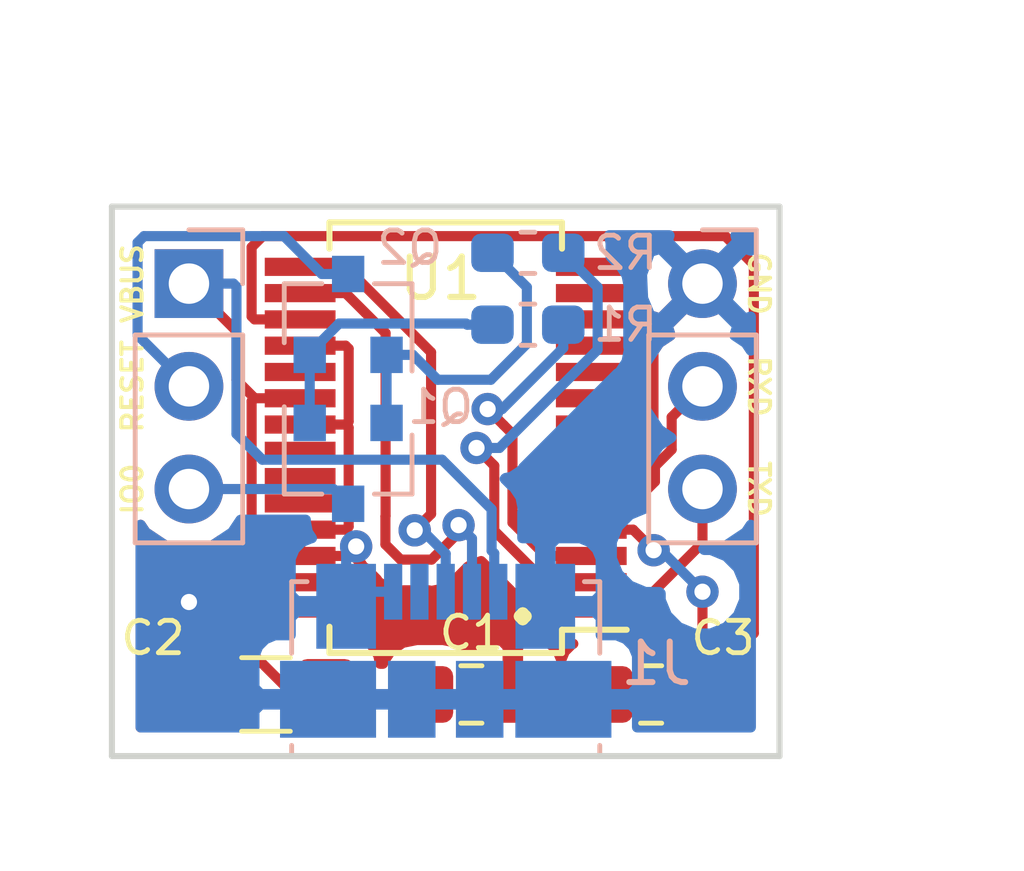
<source format=kicad_pcb>
(kicad_pcb (version 20171130) (host pcbnew 5.0.0)

  (general
    (thickness 1.6)
    (drawings 13)
    (tracks 133)
    (zones 0)
    (modules 11)
    (nets 27)
  )

  (page A4)
  (layers
    (0 F.Cu signal)
    (31 B.Cu signal)
    (32 B.Adhes user)
    (33 F.Adhes user)
    (34 B.Paste user)
    (35 F.Paste user)
    (36 B.SilkS user)
    (37 F.SilkS user)
    (38 B.Mask user)
    (39 F.Mask user)
    (40 Dwgs.User user)
    (41 Cmts.User user)
    (42 Eco1.User user)
    (43 Eco2.User user)
    (44 Edge.Cuts user)
    (45 Margin user)
    (46 B.CrtYd user)
    (47 F.CrtYd user)
    (48 B.Fab user)
    (49 F.Fab user)
  )

  (setup
    (last_trace_width 0.25)
    (trace_clearance 0.2)
    (zone_clearance 0.508)
    (zone_45_only no)
    (trace_min 0.2)
    (segment_width 0.2)
    (edge_width 0.15)
    (via_size 0.8)
    (via_drill 0.4)
    (via_min_size 0.4)
    (via_min_drill 0.3)
    (uvia_size 0.3)
    (uvia_drill 0.1)
    (uvias_allowed no)
    (uvia_min_size 0.2)
    (uvia_min_drill 0.1)
    (pcb_text_width 0.3)
    (pcb_text_size 1.5 1.5)
    (mod_edge_width 0.15)
    (mod_text_size 1 1)
    (mod_text_width 0.15)
    (pad_size 1.75 0.45)
    (pad_drill 0)
    (pad_to_mask_clearance 0.2)
    (aux_axis_origin 0 0)
    (visible_elements FFFFFF7F)
    (pcbplotparams
      (layerselection 0x010f0_ffffffff)
      (usegerberextensions true)
      (usegerberattributes false)
      (usegerberadvancedattributes false)
      (creategerberjobfile false)
      (excludeedgelayer true)
      (linewidth 0.100000)
      (plotframeref false)
      (viasonmask false)
      (mode 1)
      (useauxorigin false)
      (hpglpennumber 1)
      (hpglpenspeed 20)
      (hpglpendiameter 15.000000)
      (psnegative false)
      (psa4output false)
      (plotreference true)
      (plotvalue false)
      (plotinvisibletext false)
      (padsonsilk false)
      (subtractmaskfromsilk true)
      (outputformat 1)
      (mirror false)
      (drillshape 0)
      (scaleselection 1)
      (outputdirectory ""))
  )

  (net 0 "")
  (net 1 "Net-(U1-Pad6)")
  (net 2 "Net-(U1-Pad9)")
  (net 3 "Net-(U1-Pad10)")
  (net 4 "Net-(U1-Pad11)")
  (net 5 "Net-(U1-Pad12)")
  (net 6 "Net-(U1-Pad13)")
  (net 7 "Net-(U1-Pad14)")
  (net 8 "Net-(U1-Pad19)")
  (net 9 "Net-(U1-Pad22)")
  (net 10 "Net-(U1-Pad23)")
  (net 11 "Net-(U1-Pad27)")
  (net 12 "Net-(U1-Pad28)")
  (net 13 "Net-(Q1-Pad1)")
  (net 14 "Net-(Q1-Pad2)")
  (net 15 "Net-(J1-Pad4)")
  (net 16 GND)
  (net 17 /3v3)
  (net 18 /VBUS)
  (net 19 /TXD)
  (net 20 /RXD)
  (net 21 /DTR)
  (net 22 /RTS)
  (net 23 /IO0)
  (net 24 /RESET)
  (net 25 /USBDM)
  (net 26 /USBDP)

  (net_class Default "これはデフォルトのネット クラスです。"
    (clearance 0.2)
    (trace_width 0.25)
    (via_dia 0.8)
    (via_drill 0.4)
    (uvia_dia 0.3)
    (uvia_drill 0.1)
    (add_net /3v3)
    (add_net /DTR)
    (add_net /IO0)
    (add_net /RESET)
    (add_net /RTS)
    (add_net /RXD)
    (add_net /TXD)
    (add_net /USBDM)
    (add_net /USBDP)
    (add_net /VBUS)
    (add_net GND)
    (add_net "Net-(J1-Pad4)")
    (add_net "Net-(Q1-Pad1)")
    (add_net "Net-(Q1-Pad2)")
    (add_net "Net-(U1-Pad10)")
    (add_net "Net-(U1-Pad11)")
    (add_net "Net-(U1-Pad12)")
    (add_net "Net-(U1-Pad13)")
    (add_net "Net-(U1-Pad14)")
    (add_net "Net-(U1-Pad19)")
    (add_net "Net-(U1-Pad22)")
    (add_net "Net-(U1-Pad23)")
    (add_net "Net-(U1-Pad27)")
    (add_net "Net-(U1-Pad28)")
    (add_net "Net-(U1-Pad6)")
    (add_net "Net-(U1-Pad9)")
  )

  (module Capacitor_SMD:C_0805_2012Metric_Pad1.15x1.40mm_HandSolder (layer F.Cu) (tedit 5BA6338D) (tstamp 5BA72743)
    (at 151.765 109.22)
    (descr "Capacitor SMD 0805 (2012 Metric), square (rectangular) end terminal, IPC_7351 nominal with elongated pad for handsoldering. (Body size source: https://docs.google.com/spreadsheets/d/1BsfQQcO9C6DZCsRaXUlFlo91Tg2WpOkGARC1WS5S8t0/edit?usp=sharing), generated with kicad-footprint-generator")
    (tags "capacitor handsolder")
    (path /5BA5A511)
    (attr smd)
    (fp_text reference C1 (at 0 -1.524) (layer F.SilkS)
      (effects (font (size 0.8 0.8) (thickness 0.12)))
    )
    (fp_text value 0.1uF (at 0 1.65) (layer F.Fab)
      (effects (font (size 1 1) (thickness 0.15)))
    )
    (fp_line (start -1 0.6) (end -1 -0.6) (layer F.Fab) (width 0.1))
    (fp_line (start -1 -0.6) (end 1 -0.6) (layer F.Fab) (width 0.1))
    (fp_line (start 1 -0.6) (end 1 0.6) (layer F.Fab) (width 0.1))
    (fp_line (start 1 0.6) (end -1 0.6) (layer F.Fab) (width 0.1))
    (fp_line (start -0.261252 -0.71) (end 0.261252 -0.71) (layer F.SilkS) (width 0.12))
    (fp_line (start -0.261252 0.71) (end 0.261252 0.71) (layer F.SilkS) (width 0.12))
    (fp_line (start -1.85 0.95) (end -1.85 -0.95) (layer F.CrtYd) (width 0.05))
    (fp_line (start -1.85 -0.95) (end 1.85 -0.95) (layer F.CrtYd) (width 0.05))
    (fp_line (start 1.85 -0.95) (end 1.85 0.95) (layer F.CrtYd) (width 0.05))
    (fp_line (start 1.85 0.95) (end -1.85 0.95) (layer F.CrtYd) (width 0.05))
    (fp_text user %R (at 0 0) (layer F.Fab)
      (effects (font (size 0.5 0.5) (thickness 0.08)))
    )
    (pad 1 smd roundrect (at -1.025 0) (size 1.15 1.4) (layers F.Cu F.Paste F.Mask) (roundrect_rratio 0.217391)
      (net 18 /VBUS))
    (pad 2 smd roundrect (at 1.025 0) (size 1.15 1.4) (layers F.Cu F.Paste F.Mask) (roundrect_rratio 0.217391)
      (net 16 GND))
    (model ${KISYS3DMOD}/Capacitor_SMD.3dshapes/C_0805_2012Metric.wrl
      (at (xyz 0 0 0))
      (scale (xyz 1 1 1))
      (rotate (xyz 0 0 0))
    )
  )

  (module Capacitor_SMD:C_1206_3216Metric_Pad1.42x1.75mm_HandSolder (layer F.Cu) (tedit 5BA63367) (tstamp 5BA72754)
    (at 146.685 109.22 180)
    (descr "Capacitor SMD 1206 (3216 Metric), square (rectangular) end terminal, IPC_7351 nominal with elongated pad for handsoldering. (Body size source: http://www.tortai-tech.com/upload/download/2011102023233369053.pdf), generated with kicad-footprint-generator")
    (tags "capacitor handsolder")
    (path /5BA5A5A4)
    (attr smd)
    (fp_text reference C2 (at 2.794 1.397 180) (layer F.SilkS)
      (effects (font (size 0.8 0.8) (thickness 0.12)))
    )
    (fp_text value 10uF (at 0 1.82 180) (layer F.Fab)
      (effects (font (size 1 1) (thickness 0.15)))
    )
    (fp_line (start -1.6 0.8) (end -1.6 -0.8) (layer F.Fab) (width 0.1))
    (fp_line (start -1.6 -0.8) (end 1.6 -0.8) (layer F.Fab) (width 0.1))
    (fp_line (start 1.6 -0.8) (end 1.6 0.8) (layer F.Fab) (width 0.1))
    (fp_line (start 1.6 0.8) (end -1.6 0.8) (layer F.Fab) (width 0.1))
    (fp_line (start -0.602064 -0.91) (end 0.602064 -0.91) (layer F.SilkS) (width 0.12))
    (fp_line (start -0.602064 0.91) (end 0.602064 0.91) (layer F.SilkS) (width 0.12))
    (fp_line (start -2.45 1.12) (end -2.45 -1.12) (layer F.CrtYd) (width 0.05))
    (fp_line (start -2.45 -1.12) (end 2.45 -1.12) (layer F.CrtYd) (width 0.05))
    (fp_line (start 2.45 -1.12) (end 2.45 1.12) (layer F.CrtYd) (width 0.05))
    (fp_line (start 2.45 1.12) (end -2.45 1.12) (layer F.CrtYd) (width 0.05))
    (fp_text user %R (at 0 0 180) (layer F.Fab)
      (effects (font (size 0.8 0.8) (thickness 0.12)))
    )
    (pad 1 smd roundrect (at -1.4875 0 180) (size 1.425 1.75) (layers F.Cu F.Paste F.Mask) (roundrect_rratio 0.175439)
      (net 18 /VBUS))
    (pad 2 smd roundrect (at 1.4875 0 180) (size 1.425 1.75) (layers F.Cu F.Paste F.Mask) (roundrect_rratio 0.175439)
      (net 16 GND))
    (model ${KISYS3DMOD}/Capacitor_SMD.3dshapes/C_1206_3216Metric.wrl
      (at (xyz 0 0 0))
      (scale (xyz 1 1 1))
      (rotate (xyz 0 0 0))
    )
  )

  (module Connector_USB:USB_Micro-B_Molex_47346-0001 (layer B.Cu) (tedit 5A1DC0BD) (tstamp 5BA72774)
    (at 151.13 108.14 180)
    (descr "Micro USB B receptable with flange, bottom-mount, SMD, right-angle (http://www.molex.com/pdm_docs/sd/473460001_sd.pdf)")
    (tags "Micro B USB SMD")
    (path /5BA66B76)
    (attr smd)
    (fp_text reference J1 (at -5.207 -0.318) (layer B.SilkS)
      (effects (font (size 1 1) (thickness 0.15)) (justify mirror))
    )
    (fp_text value USB_B_Micro (at 0 -4.6) (layer B.Fab)
      (effects (font (size 1 1) (thickness 0.15)) (justify mirror))
    )
    (fp_text user "PCB Edge" (at 0 -2.67) (layer Dwgs.User)
      (effects (font (size 0.4 0.4) (thickness 0.04)))
    )
    (fp_text user %R (at 0 -1.2 180) (layer B.Fab)
      (effects (font (size 1 1) (thickness 0.15)) (justify mirror))
    )
    (fp_line (start 3.81 1.71) (end 3.43 1.71) (layer B.SilkS) (width 0.12))
    (fp_line (start 4.6 -3.9) (end -4.6 -3.9) (layer B.CrtYd) (width 0.05))
    (fp_line (start 4.6 2.7) (end 4.6 -3.9) (layer B.CrtYd) (width 0.05))
    (fp_line (start -4.6 2.7) (end 4.6 2.7) (layer B.CrtYd) (width 0.05))
    (fp_line (start -4.6 -3.9) (end -4.6 2.7) (layer B.CrtYd) (width 0.05))
    (fp_line (start 3.75 -3.35) (end -3.75 -3.35) (layer B.Fab) (width 0.1))
    (fp_line (start 3.75 1.65) (end 3.75 -3.35) (layer B.Fab) (width 0.1))
    (fp_line (start -3.75 1.65) (end 3.75 1.65) (layer B.Fab) (width 0.1))
    (fp_line (start -3.75 -3.35) (end -3.75 1.65) (layer B.Fab) (width 0.1))
    (fp_line (start 3.81 -2.34) (end 3.81 -2.6) (layer B.SilkS) (width 0.12))
    (fp_line (start 3.81 1.71) (end 3.81 -0.06) (layer B.SilkS) (width 0.12))
    (fp_line (start -3.81 1.71) (end -3.43 1.71) (layer B.SilkS) (width 0.12))
    (fp_line (start -3.81 -0.06) (end -3.81 1.71) (layer B.SilkS) (width 0.12))
    (fp_line (start -3.81 -2.6) (end -3.81 -2.34) (layer B.SilkS) (width 0.12))
    (fp_line (start -3.25 -2.65) (end 3.25 -2.65) (layer B.Fab) (width 0.1))
    (pad 1 smd rect (at -1.3 1.46 180) (size 0.45 1.38) (layers B.Cu B.Paste B.Mask)
      (net 18 /VBUS))
    (pad 2 smd rect (at -0.65 1.46 180) (size 0.45 1.38) (layers B.Cu B.Paste B.Mask)
      (net 25 /USBDM))
    (pad 3 smd rect (at 0 1.46 180) (size 0.45 1.38) (layers B.Cu B.Paste B.Mask)
      (net 26 /USBDP))
    (pad 4 smd rect (at 0.65 1.46 180) (size 0.45 1.38) (layers B.Cu B.Paste B.Mask)
      (net 15 "Net-(J1-Pad4)"))
    (pad 5 smd rect (at 1.3 1.46 180) (size 0.45 1.38) (layers B.Cu B.Paste B.Mask)
      (net 16 GND))
    (pad 6 smd rect (at -2.4625 1.1 180) (size 1.475 2.1) (layers B.Cu B.Paste B.Mask)
      (net 16 GND))
    (pad 6 smd rect (at 2.4625 1.1 180) (size 1.475 2.1) (layers B.Cu B.Paste B.Mask)
      (net 16 GND))
    (pad 6 smd rect (at -2.91 -1.2 180) (size 2.375 1.9) (layers B.Cu B.Paste B.Mask)
      (net 16 GND))
    (pad 6 smd rect (at 2.91 -1.2 180) (size 2.375 1.9) (layers B.Cu B.Paste B.Mask)
      (net 16 GND))
    (pad 6 smd rect (at -0.84 -1.2 180) (size 1.175 1.9) (layers B.Cu B.Paste B.Mask)
      (net 16 GND))
    (pad 6 smd rect (at 0.84 -1.2 180) (size 1.175 1.9) (layers B.Cu B.Paste B.Mask)
      (net 16 GND))
    (model ${KISYS3DMOD}/Connector_USB.3dshapes/USB_Micro-B_Molex_47346-0001.wrl
      (at (xyz 0 0 0))
      (scale (xyz 1 1 1))
      (rotate (xyz 0 0 0))
    )
  )

  (module Package_TO_SOT_SMD:SOT-23 (layer B.Cu) (tedit 5BA63410) (tstamp 5BA727A3)
    (at 148.717 103.505 270)
    (descr "SOT-23, Standard")
    (tags SOT-23)
    (path /5BA6719F)
    (attr smd)
    (fp_text reference Q1 (at -1.397 -2.286) (layer B.SilkS)
      (effects (font (size 0.8 0.8) (thickness 0.12)) (justify mirror))
    )
    (fp_text value S9013 (at 0 -2.5 270) (layer B.Fab)
      (effects (font (size 1 1) (thickness 0.15)) (justify mirror))
    )
    (fp_text user %R (at 0 0 180) (layer B.Fab)
      (effects (font (size 0.5 0.5) (thickness 0.075)) (justify mirror))
    )
    (fp_line (start -0.7 0.95) (end -0.7 -1.5) (layer B.Fab) (width 0.1))
    (fp_line (start -0.15 1.52) (end 0.7 1.52) (layer B.Fab) (width 0.1))
    (fp_line (start -0.7 0.95) (end -0.15 1.52) (layer B.Fab) (width 0.1))
    (fp_line (start 0.7 1.52) (end 0.7 -1.52) (layer B.Fab) (width 0.1))
    (fp_line (start -0.7 -1.52) (end 0.7 -1.52) (layer B.Fab) (width 0.1))
    (fp_line (start 0.76 -1.58) (end 0.76 -0.65) (layer B.SilkS) (width 0.12))
    (fp_line (start 0.76 1.58) (end 0.76 0.65) (layer B.SilkS) (width 0.12))
    (fp_line (start -1.7 1.75) (end 1.7 1.75) (layer B.CrtYd) (width 0.05))
    (fp_line (start 1.7 1.75) (end 1.7 -1.75) (layer B.CrtYd) (width 0.05))
    (fp_line (start 1.7 -1.75) (end -1.7 -1.75) (layer B.CrtYd) (width 0.05))
    (fp_line (start -1.7 -1.75) (end -1.7 1.75) (layer B.CrtYd) (width 0.05))
    (fp_line (start 0.76 1.58) (end -1.4 1.58) (layer B.SilkS) (width 0.12))
    (fp_line (start 0.76 -1.58) (end -0.7 -1.58) (layer B.SilkS) (width 0.12))
    (pad 1 smd rect (at -1 0.95 270) (size 0.9 0.8) (layers B.Cu B.Paste B.Mask)
      (net 13 "Net-(Q1-Pad1)"))
    (pad 2 smd rect (at -1 -0.95 270) (size 0.9 0.8) (layers B.Cu B.Paste B.Mask)
      (net 14 "Net-(Q1-Pad2)"))
    (pad 3 smd rect (at 1 0 270) (size 0.9 0.8) (layers B.Cu B.Paste B.Mask)
      (net 23 /IO0))
    (model ${KISYS3DMOD}/Package_TO_SOT_SMD.3dshapes/SOT-23.wrl
      (at (xyz 0 0 0))
      (scale (xyz 1 1 1))
      (rotate (xyz 0 0 0))
    )
  )

  (module Package_TO_SOT_SMD:SOT-23 (layer B.Cu) (tedit 5BA633F6) (tstamp 5BA727B8)
    (at 148.717 99.822 90)
    (descr "SOT-23, Standard")
    (tags SOT-23)
    (path /5BA6726F)
    (attr smd)
    (fp_text reference Q2 (at 1.651 1.524) (layer B.SilkS)
      (effects (font (size 0.8 0.8) (thickness 0.12)) (justify mirror))
    )
    (fp_text value S9013 (at 0 -2.5 90) (layer B.Fab)
      (effects (font (size 1 1) (thickness 0.15)) (justify mirror))
    )
    (fp_line (start 0.76 -1.58) (end -0.7 -1.58) (layer B.SilkS) (width 0.12))
    (fp_line (start 0.76 1.58) (end -1.4 1.58) (layer B.SilkS) (width 0.12))
    (fp_line (start -1.7 -1.75) (end -1.7 1.75) (layer B.CrtYd) (width 0.05))
    (fp_line (start 1.7 -1.75) (end -1.7 -1.75) (layer B.CrtYd) (width 0.05))
    (fp_line (start 1.7 1.75) (end 1.7 -1.75) (layer B.CrtYd) (width 0.05))
    (fp_line (start -1.7 1.75) (end 1.7 1.75) (layer B.CrtYd) (width 0.05))
    (fp_line (start 0.76 1.58) (end 0.76 0.65) (layer B.SilkS) (width 0.12))
    (fp_line (start 0.76 -1.58) (end 0.76 -0.65) (layer B.SilkS) (width 0.12))
    (fp_line (start -0.7 -1.52) (end 0.7 -1.52) (layer B.Fab) (width 0.1))
    (fp_line (start 0.7 1.52) (end 0.7 -1.52) (layer B.Fab) (width 0.1))
    (fp_line (start -0.7 0.95) (end -0.15 1.52) (layer B.Fab) (width 0.1))
    (fp_line (start -0.15 1.52) (end 0.7 1.52) (layer B.Fab) (width 0.1))
    (fp_line (start -0.7 0.95) (end -0.7 -1.5) (layer B.Fab) (width 0.1))
    (fp_text user %R (at 0 0) (layer B.Fab)
      (effects (font (size 0.5 0.5) (thickness 0.075)) (justify mirror))
    )
    (pad 3 smd rect (at 1 0 90) (size 0.9 0.8) (layers B.Cu B.Paste B.Mask)
      (net 24 /RESET))
    (pad 2 smd rect (at -1 -0.95 90) (size 0.9 0.8) (layers B.Cu B.Paste B.Mask)
      (net 13 "Net-(Q1-Pad1)"))
    (pad 1 smd rect (at -1 0.95 90) (size 0.9 0.8) (layers B.Cu B.Paste B.Mask)
      (net 14 "Net-(Q1-Pad2)"))
    (model ${KISYS3DMOD}/Package_TO_SOT_SMD.3dshapes/SOT-23.wrl
      (at (xyz 0 0 0))
      (scale (xyz 1 1 1))
      (rotate (xyz 0 0 0))
    )
  )

  (module Package_SO:SSOP-28_5.3x10.2mm_P0.65mm (layer F.Cu) (tedit 5BA63278) (tstamp 5BA727E9)
    (at 151.13 102.87 180)
    (descr "28-Lead Plastic Shrink Small Outline (SS)-5.30 mm Body [SSOP] (see Microchip Packaging Specification 00000049BS.pdf)")
    (tags "SSOP 0.65")
    (path /5BA5EC2D)
    (attr smd)
    (fp_text reference U1 (at 0.127 3.937 180) (layer F.SilkS)
      (effects (font (size 1 1) (thickness 0.15)))
    )
    (fp_text value FT232RL (at 0 6.25 180) (layer F.Fab)
      (effects (font (size 1 1) (thickness 0.15)))
    )
    (fp_line (start -1.65 -5.1) (end 2.65 -5.1) (layer F.Fab) (width 0.15))
    (fp_line (start 2.65 -5.1) (end 2.65 5.1) (layer F.Fab) (width 0.15))
    (fp_line (start 2.65 5.1) (end -2.65 5.1) (layer F.Fab) (width 0.15))
    (fp_line (start -2.65 5.1) (end -2.65 -4.1) (layer F.Fab) (width 0.15))
    (fp_line (start -2.65 -4.1) (end -1.65 -5.1) (layer F.Fab) (width 0.15))
    (fp_line (start -4.75 -5.5) (end -4.75 5.5) (layer F.CrtYd) (width 0.05))
    (fp_line (start 4.75 -5.5) (end 4.75 5.5) (layer F.CrtYd) (width 0.05))
    (fp_line (start -4.75 -5.5) (end 4.75 -5.5) (layer F.CrtYd) (width 0.05))
    (fp_line (start -4.75 5.5) (end 4.75 5.5) (layer F.CrtYd) (width 0.05))
    (fp_line (start -2.875 -5.325) (end -2.875 -4.75) (layer F.SilkS) (width 0.15))
    (fp_line (start 2.875 -5.325) (end 2.875 -4.675) (layer F.SilkS) (width 0.15))
    (fp_line (start 2.875 5.325) (end 2.875 4.675) (layer F.SilkS) (width 0.15))
    (fp_line (start -2.875 5.325) (end -2.875 4.675) (layer F.SilkS) (width 0.15))
    (fp_line (start -2.875 -5.325) (end 2.875 -5.325) (layer F.SilkS) (width 0.15))
    (fp_line (start -2.875 5.325) (end 2.875 5.325) (layer F.SilkS) (width 0.15))
    (fp_line (start -2.875 -4.75) (end -4.475 -4.75) (layer F.SilkS) (width 0.15))
    (fp_text user %R (at 0 0 180) (layer F.Fab)
      (effects (font (size 0.8 0.8) (thickness 0.15)))
    )
    (pad 1 smd rect (at -3.6 -4.225 180) (size 1.75 0.45) (layers F.Cu F.Paste F.Mask)
      (net 19 /TXD))
    (pad 2 smd rect (at -3.6 -3.575 180) (size 1.75 0.45) (layers F.Cu F.Paste F.Mask)
      (net 21 /DTR))
    (pad 3 smd rect (at -3.6 -2.925 180) (size 1.75 0.45) (layers F.Cu F.Paste F.Mask)
      (net 22 /RTS))
    (pad 4 smd rect (at -3.6 -2.275 180) (size 1.75 0.45) (layers F.Cu F.Paste F.Mask)
      (net 17 /3v3))
    (pad 5 smd rect (at -3.6 -1.625 180) (size 1.75 0.45) (layers F.Cu F.Paste F.Mask)
      (net 20 /RXD))
    (pad 6 smd rect (at -3.6 -0.975 180) (size 1.75 0.45) (layers F.Cu F.Paste F.Mask)
      (net 1 "Net-(U1-Pad6)"))
    (pad 7 smd rect (at -3.6 -0.325 180) (size 1.75 0.45) (layers F.Cu F.Paste F.Mask)
      (net 16 GND))
    (pad 8 smd rect (at -3.6 0.325 180) (size 1.75 0.45) (layers F.Cu F.Paste F.Mask))
    (pad 9 smd rect (at -3.6 0.975 180) (size 1.75 0.45) (layers F.Cu F.Paste F.Mask)
      (net 2 "Net-(U1-Pad9)"))
    (pad 10 smd rect (at -3.6 1.625 180) (size 1.75 0.45) (layers F.Cu F.Paste F.Mask)
      (net 3 "Net-(U1-Pad10)"))
    (pad 11 smd rect (at -3.6 2.275 180) (size 1.75 0.45) (layers F.Cu F.Paste F.Mask)
      (net 4 "Net-(U1-Pad11)"))
    (pad 12 smd rect (at -3.6 2.925 180) (size 1.75 0.45) (layers F.Cu F.Paste F.Mask)
      (net 5 "Net-(U1-Pad12)"))
    (pad 13 smd rect (at -3.6 3.575 180) (size 1.75 0.45) (layers F.Cu F.Paste F.Mask)
      (net 6 "Net-(U1-Pad13)"))
    (pad 14 smd rect (at -3.6 4.225 180) (size 1.75 0.45) (layers F.Cu F.Paste F.Mask)
      (net 7 "Net-(U1-Pad14)"))
    (pad 15 smd rect (at 3.6 4.225 180) (size 1.75 0.45) (layers F.Cu F.Paste F.Mask)
      (net 26 /USBDP))
    (pad 16 smd rect (at 3.6 3.575 180) (size 1.75 0.45) (layers F.Cu F.Paste F.Mask)
      (net 25 /USBDM))
    (pad 17 smd rect (at 3.6 2.925 180) (size 1.75 0.45) (layers F.Cu F.Paste F.Mask)
      (net 17 /3v3))
    (pad 18 smd rect (at 3.6 2.275 180) (size 1.75 0.45) (layers F.Cu F.Paste F.Mask)
      (net 16 GND))
    (pad 19 smd rect (at 3.6 1.625 180) (size 1.75 0.45) (layers F.Cu F.Paste F.Mask)
      (net 8 "Net-(U1-Pad19)"))
    (pad 20 smd rect (at 3.6 0.975 180) (size 1.75 0.45) (layers F.Cu F.Paste F.Mask)
      (net 18 /VBUS))
    (pad 21 smd rect (at 3.6 0.325 180) (size 1.75 0.45) (layers F.Cu F.Paste F.Mask)
      (net 16 GND))
    (pad 22 smd rect (at 3.6 -0.325 180) (size 1.75 0.45) (layers F.Cu F.Paste F.Mask)
      (net 9 "Net-(U1-Pad22)"))
    (pad 23 smd rect (at 3.6 -0.975 180) (size 1.75 0.45) (layers F.Cu F.Paste F.Mask)
      (net 10 "Net-(U1-Pad23)"))
    (pad 24 smd rect (at 3.6 -1.625 180) (size 1.75 0.45) (layers F.Cu F.Paste F.Mask))
    (pad 25 smd rect (at 3.6 -2.275 180) (size 1.75 0.45) (layers F.Cu F.Paste F.Mask)
      (net 16 GND))
    (pad 26 smd rect (at 3.6 -2.925 180) (size 1.75 0.45) (layers F.Cu F.Paste F.Mask)
      (net 16 GND) (zone_connect 2))
    (pad 27 smd rect (at 3.6 -3.575 180) (size 1.75 0.45) (layers F.Cu F.Paste F.Mask)
      (net 11 "Net-(U1-Pad27)"))
    (pad 28 smd rect (at 3.6 -4.225 180) (size 1.75 0.45) (layers F.Cu F.Paste F.Mask)
      (net 12 "Net-(U1-Pad28)"))
    (model ${KISYS3DMOD}/Package_SO.3dshapes/SSOP-28_5.3x10.2mm_P0.65mm.wrl
      (at (xyz 0 0 0))
      (scale (xyz 1 1 1))
      (rotate (xyz 0 0 0))
    )
  )

  (module Connector_PinHeader_2.54mm:PinHeader_1x03_P2.54mm_Vertical (layer B.Cu) (tedit 5BA633B0) (tstamp 5BA72DBC)
    (at 144.78 99.06 180)
    (descr "Through hole straight pin header, 1x03, 2.54mm pitch, single row")
    (tags "Through hole pin header THT 1x03 2.54mm single row")
    (path /5BA5AB51)
    (fp_text reference J2 (at 0 2.33 180) (layer B.SilkS) hide
      (effects (font (size 1 1) (thickness 0.15)) (justify mirror))
    )
    (fp_text value Conn_01x06 (at 0 -7.41 180) (layer B.Fab)
      (effects (font (size 1 1) (thickness 0.15)) (justify mirror))
    )
    (fp_line (start -0.635 1.27) (end 1.27 1.27) (layer B.Fab) (width 0.1))
    (fp_line (start 1.27 1.27) (end 1.27 -6.35) (layer B.Fab) (width 0.1))
    (fp_line (start 1.27 -6.35) (end -1.27 -6.35) (layer B.Fab) (width 0.1))
    (fp_line (start -1.27 -6.35) (end -1.27 0.635) (layer B.Fab) (width 0.1))
    (fp_line (start -1.27 0.635) (end -0.635 1.27) (layer B.Fab) (width 0.1))
    (fp_line (start -1.33 -6.41) (end 1.33 -6.41) (layer B.SilkS) (width 0.12))
    (fp_line (start -1.33 -1.27) (end -1.33 -6.41) (layer B.SilkS) (width 0.12))
    (fp_line (start 1.33 -1.27) (end 1.33 -6.41) (layer B.SilkS) (width 0.12))
    (fp_line (start -1.33 -1.27) (end 1.33 -1.27) (layer B.SilkS) (width 0.12))
    (fp_line (start -1.33 0) (end -1.33 1.33) (layer B.SilkS) (width 0.12))
    (fp_line (start -1.33 1.33) (end 0 1.33) (layer B.SilkS) (width 0.12))
    (fp_line (start -1.8 1.8) (end -1.8 -6.85) (layer B.CrtYd) (width 0.05))
    (fp_line (start -1.8 -6.85) (end 1.8 -6.85) (layer B.CrtYd) (width 0.05))
    (fp_line (start 1.8 -6.85) (end 1.8 1.8) (layer B.CrtYd) (width 0.05))
    (fp_line (start 1.8 1.8) (end -1.8 1.8) (layer B.CrtYd) (width 0.05))
    (fp_text user %R (at 0 -2.54 90) (layer B.Fab)
      (effects (font (size 1 1) (thickness 0.15)) (justify mirror))
    )
    (pad 1 thru_hole rect (at 0 0 180) (size 1.7 1.7) (drill 1) (layers *.Cu *.Mask)
      (net 18 /VBUS))
    (pad 2 thru_hole oval (at 0 -2.54 180) (size 1.7 1.7) (drill 1) (layers *.Cu *.Mask)
      (net 24 /RESET))
    (pad 3 thru_hole oval (at 0 -5.08 180) (size 1.7 1.7) (drill 1) (layers *.Cu *.Mask)
      (net 23 /IO0))
    (model ${KISYS3DMOD}/Connector_PinHeader_2.54mm.3dshapes/PinHeader_1x03_P2.54mm_Vertical.wrl
      (at (xyz 0 0 0))
      (scale (xyz 1 1 1))
      (rotate (xyz 0 0 0))
    )
  )

  (module Connector_PinHeader_2.54mm:PinHeader_1x03_P2.54mm_Vertical (layer B.Cu) (tedit 5BA633AC) (tstamp 5BA72DD2)
    (at 157.48 99.06 180)
    (descr "Through hole straight pin header, 1x03, 2.54mm pitch, single row")
    (tags "Through hole pin header THT 1x03 2.54mm single row")
    (path /5BA5F229)
    (fp_text reference J3 (at 0 2.032 180) (layer B.SilkS) hide
      (effects (font (size 1 1) (thickness 0.15)) (justify mirror))
    )
    (fp_text value Conn_01x06 (at 0 -7.41 180) (layer B.Fab)
      (effects (font (size 1 1) (thickness 0.15)) (justify mirror))
    )
    (fp_text user %R (at 0 -2.54 90) (layer B.Fab)
      (effects (font (size 1 1) (thickness 0.15)) (justify mirror))
    )
    (fp_line (start 1.8 1.8) (end -1.8 1.8) (layer B.CrtYd) (width 0.05))
    (fp_line (start 1.8 -6.85) (end 1.8 1.8) (layer B.CrtYd) (width 0.05))
    (fp_line (start -1.8 -6.85) (end 1.8 -6.85) (layer B.CrtYd) (width 0.05))
    (fp_line (start -1.8 1.8) (end -1.8 -6.85) (layer B.CrtYd) (width 0.05))
    (fp_line (start -1.33 1.33) (end 0 1.33) (layer B.SilkS) (width 0.12))
    (fp_line (start -1.33 0) (end -1.33 1.33) (layer B.SilkS) (width 0.12))
    (fp_line (start -1.33 -1.27) (end 1.33 -1.27) (layer B.SilkS) (width 0.12))
    (fp_line (start 1.33 -1.27) (end 1.33 -6.41) (layer B.SilkS) (width 0.12))
    (fp_line (start -1.33 -1.27) (end -1.33 -6.41) (layer B.SilkS) (width 0.12))
    (fp_line (start -1.33 -6.41) (end 1.33 -6.41) (layer B.SilkS) (width 0.12))
    (fp_line (start -1.27 0.635) (end -0.635 1.27) (layer B.Fab) (width 0.1))
    (fp_line (start -1.27 -6.35) (end -1.27 0.635) (layer B.Fab) (width 0.1))
    (fp_line (start 1.27 -6.35) (end -1.27 -6.35) (layer B.Fab) (width 0.1))
    (fp_line (start 1.27 1.27) (end 1.27 -6.35) (layer B.Fab) (width 0.1))
    (fp_line (start -0.635 1.27) (end 1.27 1.27) (layer B.Fab) (width 0.1))
    (pad 3 thru_hole oval (at 0 -5.08 180) (size 1.7 1.7) (drill 1) (layers *.Cu *.Mask)
      (net 19 /TXD))
    (pad 2 thru_hole oval (at 0 -2.54 180) (size 1.7 1.7) (drill 1) (layers *.Cu *.Mask)
      (net 20 /RXD))
    (pad 1 thru_hole circle (at 0 0 180) (size 1.7 1.7) (drill 1) (layers *.Cu *.Mask)
      (net 16 GND))
    (model ${KISYS3DMOD}/Connector_PinHeader_2.54mm.3dshapes/PinHeader_1x03_P2.54mm_Vertical.wrl
      (at (xyz 0 0 0))
      (scale (xyz 1 1 1))
      (rotate (xyz 0 0 0))
    )
  )

  (module Capacitor_SMD:C_0805_2012Metric_Pad1.15x1.40mm_HandSolder (layer F.Cu) (tedit 5BA6337B) (tstamp 5BA7368B)
    (at 156.21 109.22 180)
    (descr "Capacitor SMD 0805 (2012 Metric), square (rectangular) end terminal, IPC_7351 nominal with elongated pad for handsoldering. (Body size source: https://docs.google.com/spreadsheets/d/1BsfQQcO9C6DZCsRaXUlFlo91Tg2WpOkGARC1WS5S8t0/edit?usp=sharing), generated with kicad-footprint-generator")
    (tags "capacitor handsolder")
    (path /5BA5F7DD)
    (attr smd)
    (fp_text reference C3 (at -1.778 1.397 180) (layer F.SilkS)
      (effects (font (size 0.8 0.8) (thickness 0.12)))
    )
    (fp_text value 0.1uF (at 0 1.65 180) (layer F.Fab)
      (effects (font (size 1 1) (thickness 0.15)))
    )
    (fp_line (start -1 0.6) (end -1 -0.6) (layer F.Fab) (width 0.1))
    (fp_line (start -1 -0.6) (end 1 -0.6) (layer F.Fab) (width 0.1))
    (fp_line (start 1 -0.6) (end 1 0.6) (layer F.Fab) (width 0.1))
    (fp_line (start 1 0.6) (end -1 0.6) (layer F.Fab) (width 0.1))
    (fp_line (start -0.261252 -0.71) (end 0.261252 -0.71) (layer F.SilkS) (width 0.12))
    (fp_line (start -0.261252 0.71) (end 0.261252 0.71) (layer F.SilkS) (width 0.12))
    (fp_line (start -1.85 0.95) (end -1.85 -0.95) (layer F.CrtYd) (width 0.05))
    (fp_line (start -1.85 -0.95) (end 1.85 -0.95) (layer F.CrtYd) (width 0.05))
    (fp_line (start 1.85 -0.95) (end 1.85 0.95) (layer F.CrtYd) (width 0.05))
    (fp_line (start 1.85 0.95) (end -1.85 0.95) (layer F.CrtYd) (width 0.05))
    (fp_text user %R (at 0 0 180) (layer F.Fab)
      (effects (font (size 0.5 0.5) (thickness 0.08)))
    )
    (pad 1 smd roundrect (at -1.025 0 180) (size 1.15 1.4) (layers F.Cu F.Paste F.Mask) (roundrect_rratio 0.217391)
      (net 17 /3v3))
    (pad 2 smd roundrect (at 1.025 0 180) (size 1.15 1.4) (layers F.Cu F.Paste F.Mask) (roundrect_rratio 0.217391)
      (net 16 GND))
    (model ${KISYS3DMOD}/Capacitor_SMD.3dshapes/C_0805_2012Metric.wrl
      (at (xyz 0 0 0))
      (scale (xyz 1 1 1))
      (rotate (xyz 0 0 0))
    )
  )

  (module Resistor_SMD:R_0603_1608Metric_Pad1.05x0.95mm_HandSolder (layer B.Cu) (tedit 5BA633D2) (tstamp 5BA83693)
    (at 153.162 100.076 180)
    (descr "Resistor SMD 0603 (1608 Metric), square (rectangular) end terminal, IPC_7351 nominal with elongated pad for handsoldering. (Body size source: http://www.tortai-tech.com/upload/download/2011102023233369053.pdf), generated with kicad-footprint-generator")
    (tags "resistor handsolder")
    (path /5BA71853)
    (attr smd)
    (fp_text reference R1 (at -2.413 0 180) (layer B.SilkS)
      (effects (font (size 0.8 0.8) (thickness 0.12)) (justify mirror))
    )
    (fp_text value 10K (at 0 -1.43 180) (layer B.Fab)
      (effects (font (size 1 1) (thickness 0.15)) (justify mirror))
    )
    (fp_line (start -0.8 -0.4) (end -0.8 0.4) (layer B.Fab) (width 0.1))
    (fp_line (start -0.8 0.4) (end 0.8 0.4) (layer B.Fab) (width 0.1))
    (fp_line (start 0.8 0.4) (end 0.8 -0.4) (layer B.Fab) (width 0.1))
    (fp_line (start 0.8 -0.4) (end -0.8 -0.4) (layer B.Fab) (width 0.1))
    (fp_line (start -0.171267 0.51) (end 0.171267 0.51) (layer B.SilkS) (width 0.12))
    (fp_line (start -0.171267 -0.51) (end 0.171267 -0.51) (layer B.SilkS) (width 0.12))
    (fp_line (start -1.65 -0.73) (end -1.65 0.73) (layer B.CrtYd) (width 0.05))
    (fp_line (start -1.65 0.73) (end 1.65 0.73) (layer B.CrtYd) (width 0.05))
    (fp_line (start 1.65 0.73) (end 1.65 -0.73) (layer B.CrtYd) (width 0.05))
    (fp_line (start 1.65 -0.73) (end -1.65 -0.73) (layer B.CrtYd) (width 0.05))
    (fp_text user %R (at 0 0 180) (layer B.Fab)
      (effects (font (size 0.4 0.4) (thickness 0.06)) (justify mirror))
    )
    (pad 1 smd roundrect (at -0.875 0 180) (size 1.05 0.95) (layers B.Cu B.Paste B.Mask) (roundrect_rratio 0.25)
      (net 22 /RTS))
    (pad 2 smd roundrect (at 0.875 0 180) (size 1.05 0.95) (layers B.Cu B.Paste B.Mask) (roundrect_rratio 0.25)
      (net 13 "Net-(Q1-Pad1)"))
    (model ${KISYS3DMOD}/Resistor_SMD.3dshapes/R_0603_1608Metric.wrl
      (at (xyz 0 0 0))
      (scale (xyz 1 1 1))
      (rotate (xyz 0 0 0))
    )
  )

  (module Resistor_SMD:R_0603_1608Metric_Pad1.05x0.95mm_HandSolder (layer B.Cu) (tedit 5BA633DF) (tstamp 5BA836A4)
    (at 153.162 98.298 180)
    (descr "Resistor SMD 0603 (1608 Metric), square (rectangular) end terminal, IPC_7351 nominal with elongated pad for handsoldering. (Body size source: http://www.tortai-tech.com/upload/download/2011102023233369053.pdf), generated with kicad-footprint-generator")
    (tags "resistor handsolder")
    (path /5BA71955)
    (attr smd)
    (fp_text reference R2 (at -2.413 0 180) (layer B.SilkS)
      (effects (font (size 0.8 0.8) (thickness 0.12)) (justify mirror))
    )
    (fp_text value 10K (at 0 -1.43 180) (layer B.Fab)
      (effects (font (size 1 1) (thickness 0.15)) (justify mirror))
    )
    (fp_text user %R (at 0 0 180) (layer B.Fab)
      (effects (font (size 0.4 0.4) (thickness 0.06)) (justify mirror))
    )
    (fp_line (start 1.65 -0.73) (end -1.65 -0.73) (layer B.CrtYd) (width 0.05))
    (fp_line (start 1.65 0.73) (end 1.65 -0.73) (layer B.CrtYd) (width 0.05))
    (fp_line (start -1.65 0.73) (end 1.65 0.73) (layer B.CrtYd) (width 0.05))
    (fp_line (start -1.65 -0.73) (end -1.65 0.73) (layer B.CrtYd) (width 0.05))
    (fp_line (start -0.171267 -0.51) (end 0.171267 -0.51) (layer B.SilkS) (width 0.12))
    (fp_line (start -0.171267 0.51) (end 0.171267 0.51) (layer B.SilkS) (width 0.12))
    (fp_line (start 0.8 -0.4) (end -0.8 -0.4) (layer B.Fab) (width 0.1))
    (fp_line (start 0.8 0.4) (end 0.8 -0.4) (layer B.Fab) (width 0.1))
    (fp_line (start -0.8 0.4) (end 0.8 0.4) (layer B.Fab) (width 0.1))
    (fp_line (start -0.8 -0.4) (end -0.8 0.4) (layer B.Fab) (width 0.1))
    (pad 2 smd roundrect (at 0.875 0 180) (size 1.05 0.95) (layers B.Cu B.Paste B.Mask) (roundrect_rratio 0.25)
      (net 14 "Net-(Q1-Pad2)"))
    (pad 1 smd roundrect (at -0.875 0 180) (size 1.05 0.95) (layers B.Cu B.Paste B.Mask) (roundrect_rratio 0.25)
      (net 21 /DTR))
    (model ${KISYS3DMOD}/Resistor_SMD.3dshapes/R_0603_1608Metric.wrl
      (at (xyz 0 0 0))
      (scale (xyz 1 1 1))
      (rotate (xyz 0 0 0))
    )
  )

  (dimension 13.589 (width 0.3) (layer Cmts.User)
    (gr_text "13.589 mm" (at 163.517 103.9495 270) (layer Cmts.User)
      (effects (font (size 1.5 1.5) (thickness 0.3)))
    )
    (feature1 (pts (xy 160.274 110.744) (xy 162.003421 110.744)))
    (feature2 (pts (xy 160.274 97.155) (xy 162.003421 97.155)))
    (crossbar (pts (xy 161.417 97.155) (xy 161.417 110.744)))
    (arrow1a (pts (xy 161.417 110.744) (xy 160.830579 109.617496)))
    (arrow1b (pts (xy 161.417 110.744) (xy 162.003421 109.617496)))
    (arrow2a (pts (xy 161.417 97.155) (xy 160.830579 98.281504)))
    (arrow2b (pts (xy 161.417 97.155) (xy 162.003421 98.281504)))
  )
  (dimension 16.51 (width 0.3) (layer Cmts.User)
    (gr_text "16.510 mm" (at 151.13 93.15) (layer Cmts.User)
      (effects (font (size 1.5 1.5) (thickness 0.3)))
    )
    (feature1 (pts (xy 159.385 96.52) (xy 159.385 94.663579)))
    (feature2 (pts (xy 142.875 96.52) (xy 142.875 94.663579)))
    (crossbar (pts (xy 142.875 95.25) (xy 159.385 95.25)))
    (arrow1a (pts (xy 159.385 95.25) (xy 158.258496 95.836421)))
    (arrow1b (pts (xy 159.385 95.25) (xy 158.258496 94.663579)))
    (arrow2a (pts (xy 142.875 95.25) (xy 144.001504 95.836421)))
    (arrow2b (pts (xy 142.875 95.25) (xy 144.001504 94.663579)))
  )
  (gr_text . (at 153.035 106.68) (layer F.SilkS)
    (effects (font (size 1.5 1.5) (thickness 0.3)))
  )
  (gr_text IO0 (at 143.383 104.14 -270) (layer F.SilkS) (tstamp 5BA88533)
    (effects (font (size 0.5 0.5) (thickness 0.1)))
  )
  (gr_text RESET (at 143.383 101.6 -270) (layer F.SilkS) (tstamp 5BA884FF)
    (effects (font (size 0.5 0.5) (thickness 0.1)))
  )
  (gr_text VBUS (at 143.383 99.06 -270) (layer F.SilkS) (tstamp 5BA88464)
    (effects (font (size 0.5 0.5) (thickness 0.1)))
  )
  (gr_text TXD (at 158.877 104.14 -90) (layer F.SilkS) (tstamp 5BA883FC)
    (effects (font (size 0.5 0.5) (thickness 0.1)))
  )
  (gr_text RXD (at 158.877 101.6 -90) (layer F.SilkS) (tstamp 5BA883C8)
    (effects (font (size 0.5 0.5) (thickness 0.1)))
  )
  (gr_text GND (at 158.877 99.06 -90) (layer F.SilkS)
    (effects (font (size 0.5 0.5) (thickness 0.1)))
  )
  (gr_line (start 142.875 110.744) (end 142.875 97.155) (layer Edge.Cuts) (width 0.15))
  (gr_line (start 159.385 110.744) (end 142.875 110.744) (layer Edge.Cuts) (width 0.15))
  (gr_line (start 159.385 97.155) (end 159.385 110.744) (layer Edge.Cuts) (width 0.15))
  (gr_line (start 142.875 97.155) (end 159.385 97.155) (layer Edge.Cuts) (width 0.15))

  (segment (start 147.767 100.822) (end 147.767 102.505) (width 0.25) (layer B.Cu) (net 13))
  (segment (start 151.662 100.076) (end 152.287 100.076) (width 0.25) (layer B.Cu) (net 13))
  (segment (start 151.632999 100.046999) (end 151.662 100.076) (width 0.25) (layer B.Cu) (net 13))
  (segment (start 148.492001 100.046999) (end 151.632999 100.046999) (width 0.25) (layer B.Cu) (net 13))
  (segment (start 147.767 100.772) (end 148.492001 100.046999) (width 0.25) (layer B.Cu) (net 13))
  (segment (start 147.767 100.822) (end 147.767 100.772) (width 0.25) (layer B.Cu) (net 13))
  (segment (start 149.667 100.822) (end 149.667 102.505) (width 0.25) (layer B.Cu) (net 14))
  (segment (start 150.317 100.822) (end 149.667 100.822) (width 0.25) (layer B.Cu) (net 14))
  (segment (start 150.932463 101.437463) (end 150.317 100.822) (width 0.25) (layer B.Cu) (net 14))
  (segment (start 152.287 98.298) (end 153.13701 99.14801) (width 0.25) (layer B.Cu) (net 14))
  (segment (start 153.13701 99.14801) (end 153.13701 100.5465) (width 0.25) (layer B.Cu) (net 14))
  (segment (start 153.13701 100.5465) (end 152.246047 101.437463) (width 0.25) (layer B.Cu) (net 14))
  (segment (start 152.246047 101.437463) (end 150.932463 101.437463) (width 0.25) (layer B.Cu) (net 14))
  (segment (start 156.26799 102.78201) (end 155.855 103.195) (width 0.25) (layer F.Cu) (net 16))
  (segment (start 155.855 103.195) (end 154.73 103.195) (width 0.25) (layer F.Cu) (net 16))
  (segment (start 156.26799 100.27201) (end 156.26799 102.78201) (width 0.25) (layer F.Cu) (net 16))
  (segment (start 157.48 99.06) (end 156.26799 100.27201) (width 0.25) (layer F.Cu) (net 16))
  (segment (start 148.730001 102.469999) (end 148.655 102.545) (width 0.25) (layer F.Cu) (net 16))
  (segment (start 148.730001 100.670001) (end 148.730001 102.469999) (width 0.25) (layer F.Cu) (net 16))
  (segment (start 148.655 100.595) (end 148.730001 100.670001) (width 0.25) (layer F.Cu) (net 16))
  (segment (start 147.53 100.595) (end 148.655 100.595) (width 0.25) (layer F.Cu) (net 16))
  (segment (start 148.655 105.145) (end 147.53 105.145) (width 0.25) (layer F.Cu) (net 16))
  (segment (start 148.730001 102.620001) (end 148.730001 105.069999) (width 0.25) (layer F.Cu) (net 16))
  (segment (start 148.655 102.545) (end 148.730001 102.620001) (width 0.25) (layer F.Cu) (net 16))
  (segment (start 148.730001 105.069999) (end 148.655 105.145) (width 0.25) (layer F.Cu) (net 16))
  (segment (start 147.53 102.545) (end 148.655 102.545) (width 0.25) (layer F.Cu) (net 16))
  (segment (start 147.53 105.145) (end 147.53 105.795) (width 0.25) (layer F.Cu) (net 16))
  (segment (start 148.6675 105.74) (end 148.848286 105.559214) (width 0.25) (layer B.Cu) (net 16))
  (segment (start 147.53 105.795) (end 148.679307 105.795) (width 0.25) (layer F.Cu) (net 16))
  (segment (start 148.848286 105.559214) (end 148.915093 105.559214) (width 0.25) (layer B.Cu) (net 16))
  (segment (start 148.679307 105.795) (end 148.915093 105.559214) (width 0.25) (layer F.Cu) (net 16))
  (segment (start 148.6675 107.04) (end 148.6675 105.74) (width 0.25) (layer B.Cu) (net 16))
  (segment (start 149.0275 106.68) (end 148.6675 107.04) (width 0.25) (layer B.Cu) (net 16))
  (segment (start 149.83 106.68) (end 149.0275 106.68) (width 0.25) (layer B.Cu) (net 16))
  (via (at 144.78 106.934) (size 0.8) (drill 0.4) (layers F.Cu B.Cu) (net 16))
  (via (at 148.915093 105.559214) (size 0.8) (drill 0.4) (layers F.Cu B.Cu) (net 16))
  (segment (start 146.329999 99.869999) (end 146.405 99.945) (width 0.25) (layer F.Cu) (net 17))
  (segment (start 158.75 107.705) (end 158.75 98.590998) (width 0.25) (layer F.Cu) (net 17))
  (segment (start 146.405 99.945) (end 147.53 99.945) (width 0.25) (layer F.Cu) (net 17))
  (segment (start 146.604999 97.884999) (end 146.329999 98.159999) (width 0.25) (layer F.Cu) (net 17))
  (segment (start 157.235 109.22) (end 158.75 107.705) (width 0.25) (layer F.Cu) (net 17))
  (segment (start 158.75 98.590998) (end 158.044001 97.884999) (width 0.25) (layer F.Cu) (net 17))
  (segment (start 158.044001 97.884999) (end 146.604999 97.884999) (width 0.25) (layer F.Cu) (net 17))
  (segment (start 146.329999 98.159999) (end 146.329999 99.869999) (width 0.25) (layer F.Cu) (net 17))
  (via (at 156.27184 105.652854) (size 0.8) (drill 0.4) (layers F.Cu B.Cu) (net 17))
  (segment (start 154.73 105.145) (end 155.763986 105.145) (width 0.25) (layer F.Cu) (net 17))
  (segment (start 155.763986 105.145) (end 156.27184 105.652854) (width 0.25) (layer F.Cu) (net 17))
  (segment (start 156.27184 105.47184) (end 156.304999 105.504999) (width 0.25) (layer B.Cu) (net 17))
  (segment (start 156.27184 105.652854) (end 156.27184 105.47184) (width 0.25) (layer B.Cu) (net 17))
  (via (at 157.48 106.68) (size 0.8) (drill 0.4) (layers F.Cu B.Cu) (net 17))
  (segment (start 156.304999 105.504999) (end 157.48 106.68) (width 0.25) (layer B.Cu) (net 17))
  (segment (start 157.48 108.975) (end 157.235 109.22) (width 0.25) (layer F.Cu) (net 17))
  (segment (start 157.48 106.68) (end 157.48 108.975) (width 0.25) (layer F.Cu) (net 17))
  (segment (start 145.955001 101.445001) (end 146.405 101.895) (width 0.25) (layer F.Cu) (net 18))
  (segment (start 145.955001 100.235001) (end 145.955001 101.445001) (width 0.25) (layer F.Cu) (net 18))
  (segment (start 144.78 99.06) (end 145.955001 100.235001) (width 0.25) (layer F.Cu) (net 18))
  (segment (start 147.36 109.22) (end 148.1725 109.22) (width 0.25) (layer F.Cu) (net 18))
  (segment (start 146.329999 108.189999) (end 147.36 109.22) (width 0.25) (layer F.Cu) (net 18))
  (segment (start 146.329999 101.970001) (end 146.329999 108.189999) (width 0.25) (layer F.Cu) (net 18))
  (segment (start 146.405 101.895) (end 146.329999 101.970001) (width 0.25) (layer F.Cu) (net 18))
  (segment (start 147.53 101.895) (end 146.405 101.895) (width 0.25) (layer F.Cu) (net 18))
  (segment (start 148.985 109.22) (end 150.74 109.22) (width 0.25) (layer F.Cu) (net 18))
  (segment (start 148.1725 109.22) (end 148.985 109.22) (width 0.25) (layer F.Cu) (net 18))
  (segment (start 152.330001 105.729999) (end 152.330001 106.102001) (width 0.25) (layer B.Cu) (net 18))
  (segment (start 152.330001 106.102001) (end 152.43 106.202) (width 0.25) (layer B.Cu) (net 18))
  (segment (start 152.265001 105.664999) (end 152.330001 105.729999) (width 0.25) (layer B.Cu) (net 18))
  (segment (start 145.88 99.06) (end 145.955001 99.135001) (width 0.25) (layer B.Cu) (net 18))
  (segment (start 144.78 99.06) (end 145.88 99.06) (width 0.25) (layer B.Cu) (net 18))
  (segment (start 152.265001 104.640001) (end 152.265001 105.664999) (width 0.25) (layer B.Cu) (net 18))
  (segment (start 145.955001 99.135001) (end 145.955001 102.775001) (width 0.25) (layer B.Cu) (net 18))
  (segment (start 152.43 106.202) (end 152.43 106.68) (width 0.25) (layer B.Cu) (net 18))
  (segment (start 145.955001 102.775001) (end 146.594998 103.414998) (width 0.25) (layer B.Cu) (net 18))
  (segment (start 151.039998 103.414998) (end 152.265001 104.640001) (width 0.25) (layer B.Cu) (net 18))
  (segment (start 146.594998 103.414998) (end 151.039998 103.414998) (width 0.25) (layer B.Cu) (net 18))
  (segment (start 157.48 105.342081) (end 157.48 104.14) (width 0.25) (layer F.Cu) (net 19))
  (segment (start 157.48 105.47) (end 157.48 105.342081) (width 0.25) (layer F.Cu) (net 19))
  (segment (start 155.855 107.095) (end 157.48 105.47) (width 0.25) (layer F.Cu) (net 19))
  (segment (start 154.73 107.095) (end 155.855 107.095) (width 0.25) (layer F.Cu) (net 19))
  (segment (start 156.718 103.162998) (end 156.718 102.362) (width 0.25) (layer F.Cu) (net 20))
  (segment (start 156.718 102.362) (end 157.48 101.6) (width 0.25) (layer F.Cu) (net 20))
  (segment (start 156.304999 103.575999) (end 156.718 103.162998) (width 0.25) (layer F.Cu) (net 20))
  (segment (start 154.73 104.495) (end 155.765002 104.495) (width 0.25) (layer F.Cu) (net 20))
  (segment (start 156.304999 103.955003) (end 156.304999 103.575999) (width 0.25) (layer F.Cu) (net 20))
  (segment (start 155.765002 104.495) (end 156.304999 103.955003) (width 0.25) (layer F.Cu) (net 20))
  (segment (start 152.457685 103.124) (end 151.892 103.124) (width 0.25) (layer B.Cu) (net 21))
  (segment (start 154.88701 100.694675) (end 152.457685 103.124) (width 0.25) (layer B.Cu) (net 21))
  (segment (start 154.037 98.298) (end 154.88701 99.14801) (width 0.25) (layer B.Cu) (net 21))
  (segment (start 154.73 106.445) (end 153.605 106.445) (width 0.25) (layer F.Cu) (net 21))
  (via (at 151.892 103.124) (size 0.8) (drill 0.4) (layers F.Cu B.Cu) (net 21))
  (segment (start 154.88701 99.14801) (end 154.88701 100.694675) (width 0.25) (layer B.Cu) (net 21))
  (segment (start 153.605 106.445) (end 152.330989 105.170989) (width 0.25) (layer F.Cu) (net 21))
  (segment (start 152.330989 105.170989) (end 152.330989 103.562989) (width 0.25) (layer F.Cu) (net 21))
  (segment (start 152.330989 103.562989) (end 152.291999 103.523999) (width 0.25) (layer F.Cu) (net 21))
  (segment (start 152.291999 103.523999) (end 151.892 103.124) (width 0.25) (layer F.Cu) (net 21))
  (via (at 152.166724 102.162464) (size 0.8) (drill 0.4) (layers F.Cu B.Cu) (net 22))
  (segment (start 154.73 105.795) (end 153.605 105.795) (width 0.25) (layer F.Cu) (net 22))
  (segment (start 152.781 104.971) (end 152.781 102.77674) (width 0.25) (layer F.Cu) (net 22))
  (segment (start 154.037 100.076) (end 154.037 100.651) (width 0.25) (layer B.Cu) (net 22))
  (segment (start 152.566723 102.562463) (end 152.166724 102.162464) (width 0.25) (layer F.Cu) (net 22))
  (segment (start 153.605 105.795) (end 152.781 104.971) (width 0.25) (layer F.Cu) (net 22))
  (segment (start 152.781 102.77674) (end 152.566723 102.562463) (width 0.25) (layer F.Cu) (net 22))
  (segment (start 154.037 100.651) (end 152.525536 102.162464) (width 0.25) (layer B.Cu) (net 22))
  (segment (start 152.525536 102.162464) (end 152.166724 102.162464) (width 0.25) (layer B.Cu) (net 22))
  (segment (start 148.352 104.14) (end 148.717 104.505) (width 0.25) (layer B.Cu) (net 23))
  (segment (start 144.78 104.14) (end 148.352 104.14) (width 0.25) (layer B.Cu) (net 23))
  (segment (start 143.669999 97.884999) (end 143.51 98.044998) (width 0.25) (layer B.Cu) (net 24))
  (segment (start 147.129999 97.884999) (end 143.669999 97.884999) (width 0.25) (layer B.Cu) (net 24))
  (segment (start 148.717 98.822) (end 148.067 98.822) (width 0.25) (layer B.Cu) (net 24))
  (segment (start 148.067 98.822) (end 147.129999 97.884999) (width 0.25) (layer B.Cu) (net 24))
  (segment (start 143.51 100.33) (end 144.78 101.6) (width 0.25) (layer B.Cu) (net 24))
  (segment (start 143.51 98.044998) (end 143.51 100.33) (width 0.25) (layer B.Cu) (net 24))
  (segment (start 147.53 99.295) (end 148.655 99.295) (width 0.25) (layer F.Cu) (net 25))
  (segment (start 150.781339 105.885661) (end 150.876 105.791) (width 0.25) (layer F.Cu) (net 25))
  (segment (start 148.655 99.295) (end 149.642999 100.282999) (width 0.25) (layer F.Cu) (net 25))
  (segment (start 150.015339 105.885661) (end 150.781339 105.885661) (width 0.25) (layer F.Cu) (net 25))
  (segment (start 149.638339 104.812659) (end 149.638339 105.508661) (width 0.25) (layer F.Cu) (net 25))
  (segment (start 149.642999 100.282999) (end 149.642999 104.807999) (width 0.25) (layer F.Cu) (net 25))
  (segment (start 149.638339 105.508661) (end 150.015339 105.885661) (width 0.25) (layer F.Cu) (net 25))
  (segment (start 149.642999 104.807999) (end 149.638339 104.812659) (width 0.25) (layer F.Cu) (net 25))
  (via (at 151.44794 105.032635) (size 0.8) (drill 0.4) (layers F.Cu B.Cu) (net 25))
  (segment (start 150.876 105.791) (end 151.44794 105.21906) (width 0.25) (layer F.Cu) (net 25))
  (segment (start 151.44794 105.21906) (end 151.44794 105.032635) (width 0.25) (layer F.Cu) (net 25))
  (segment (start 151.78 105.364695) (end 151.78 106.68) (width 0.25) (layer B.Cu) (net 25))
  (segment (start 151.44794 105.032635) (end 151.78 105.364695) (width 0.25) (layer B.Cu) (net 25))
  (via (at 150.36334 105.16066) (size 0.8) (drill 0.4) (layers F.Cu B.Cu) (net 26))
  (segment (start 150.55066 105.16066) (end 150.36334 105.16066) (width 0.25) (layer B.Cu) (net 26))
  (segment (start 150.767999 104.756001) (end 150.763339 104.760661) (width 0.25) (layer F.Cu) (net 26))
  (segment (start 147.53 98.645) (end 148.655 98.645) (width 0.25) (layer F.Cu) (net 26))
  (segment (start 148.655 98.645) (end 150.767999 100.757999) (width 0.25) (layer F.Cu) (net 26))
  (segment (start 150.763339 104.760661) (end 150.36334 105.16066) (width 0.25) (layer F.Cu) (net 26))
  (segment (start 151.13 105.74) (end 150.55066 105.16066) (width 0.25) (layer B.Cu) (net 26))
  (segment (start 150.767999 100.757999) (end 150.767999 104.756001) (width 0.25) (layer F.Cu) (net 26))
  (segment (start 151.13 106.68) (end 151.13 105.74) (width 0.25) (layer B.Cu) (net 26))

  (zone (net 16) (net_name GND) (layer F.Cu) (tstamp 5BA8CCB2) (hatch edge 0.508)
    (connect_pads (clearance 0.508))
    (min_thickness 0.254)
    (fill yes (arc_segments 16) (thermal_gap 0.508) (thermal_bridge_width 0.508))
    (polygon
      (pts
        (xy 142.875 97.155) (xy 159.385 97.155) (xy 159.385 110.49) (xy 142.875 110.49)
      )
    )
    (filled_polygon
      (pts
        (xy 143.709375 105.210625) (xy 144.200582 105.538839) (xy 144.633744 105.625) (xy 144.926256 105.625) (xy 145.359418 105.538839)
        (xy 145.57 105.398133) (xy 145.57 107.71) (xy 145.48325 107.71) (xy 145.3245 107.86875) (xy 145.3245 109.093)
        (xy 145.3445 109.093) (xy 145.3445 109.347) (xy 145.3245 109.347) (xy 145.3245 109.367) (xy 145.0705 109.367)
        (xy 145.0705 109.347) (xy 144.00875 109.347) (xy 143.85 109.50575) (xy 143.85 110.034) (xy 143.585 110.034)
        (xy 143.585 108.21869) (xy 143.85 108.21869) (xy 143.85 108.93425) (xy 144.00875 109.093) (xy 145.0705 109.093)
        (xy 145.0705 107.86875) (xy 144.91175 107.71) (xy 144.358691 107.71) (xy 144.125302 107.806673) (xy 143.946673 107.985301)
        (xy 143.85 108.21869) (xy 143.585 108.21869) (xy 143.585 105.024485)
      )
    )
    (filled_polygon
      (pts
        (xy 148.914746 105.766537) (xy 148.922436 105.805198) (xy 149.034047 105.972235) (xy 149.090411 106.05659) (xy 149.153867 106.09899)
        (xy 149.425008 106.370131) (xy 149.46741 106.43359) (xy 149.718802 106.601565) (xy 149.940487 106.645661) (xy 149.940491 106.645661)
        (xy 150.015339 106.660549) (xy 150.090187 106.645661) (xy 150.706492 106.645661) (xy 150.781339 106.660549) (xy 150.856186 106.645661)
        (xy 150.856191 106.645661) (xy 151.077876 106.601565) (xy 151.329268 106.43359) (xy 151.37167 106.370131) (xy 151.466329 106.275472)
        (xy 151.688559 106.053243) (xy 152.006675 105.921476) (xy 153.014671 106.929473) (xy 153.057071 106.992929) (xy 153.20756 107.093483)
        (xy 153.20756 107.32) (xy 153.256843 107.567765) (xy 153.397191 107.777809) (xy 153.607235 107.918157) (xy 153.855 107.96744)
        (xy 154.284663 107.96744) (xy 154.250302 107.981673) (xy 154.071673 108.160301) (xy 153.9875 108.363512) (xy 153.903327 108.160301)
        (xy 153.724698 107.981673) (xy 153.491309 107.885) (xy 153.07575 107.885) (xy 152.917 108.04375) (xy 152.917 109.093)
        (xy 153.84125 109.093) (xy 153.9875 108.94675) (xy 154.13375 109.093) (xy 155.058 109.093) (xy 155.058 109.073)
        (xy 155.312 109.073) (xy 155.312 109.093) (xy 155.332 109.093) (xy 155.332 109.347) (xy 155.312 109.347)
        (xy 155.312 109.367) (xy 155.058 109.367) (xy 155.058 109.347) (xy 154.13375 109.347) (xy 153.9875 109.49325)
        (xy 153.84125 109.347) (xy 152.917 109.347) (xy 152.917 109.367) (xy 152.663 109.367) (xy 152.663 109.347)
        (xy 152.643 109.347) (xy 152.643 109.093) (xy 152.663 109.093) (xy 152.663 108.04375) (xy 152.50425 107.885)
        (xy 152.088691 107.885) (xy 151.855302 107.981673) (xy 151.700377 108.136597) (xy 151.699586 108.135414) (xy 151.408436 107.940873)
        (xy 151.065001 107.87256) (xy 150.414999 107.87256) (xy 150.071564 107.940873) (xy 149.780414 108.135414) (xy 149.585873 108.426564)
        (xy 149.579222 108.46) (xy 149.505587 108.46) (xy 149.464126 108.251565) (xy 149.269586 107.960414) (xy 148.978435 107.765874)
        (xy 148.883413 107.746973) (xy 149.003157 107.567765) (xy 149.05244 107.32) (xy 149.05244 106.87) (xy 149.032549 106.77)
        (xy 149.05244 106.67) (xy 149.05244 106.22) (xy 149.003157 105.972235) (xy 148.882045 105.79098) (xy 148.913376 105.75965)
      )
    )
    (filled_polygon
      (pts
        (xy 157.673748 99.045858) (xy 157.659605 99.06) (xy 157.673748 99.074143) (xy 157.494143 99.253748) (xy 157.48 99.239605)
        (xy 156.615647 100.103958) (xy 156.691353 100.340963) (xy 156.409375 100.529375) (xy 156.25244 100.764245) (xy 156.25244 100.37)
        (xy 156.232549 100.27) (xy 156.25244 100.17) (xy 156.25244 99.865705) (xy 156.436042 99.924353) (xy 157.300395 99.06)
        (xy 157.286253 99.045858) (xy 157.465858 98.866253) (xy 157.48 98.880395) (xy 157.494143 98.866253)
      )
    )
  )
  (zone (net 16) (net_name GND) (layer B.Cu) (tstamp 5BA8CCAF) (hatch edge 0.508)
    (connect_pads (clearance 0.508))
    (min_thickness 0.254)
    (fill yes (arc_segments 16) (thermal_gap 0.508) (thermal_bridge_width 0.508))
    (polygon
      (pts
        (xy 142.875 97.155) (xy 159.385 97.155) (xy 159.385 110.49) (xy 142.875 110.49)
      )
    )
    (filled_polygon
      (pts
        (xy 156.615647 98.016042) (xy 157.48 98.880395) (xy 158.344353 98.016042) (xy 158.296106 97.865) (xy 158.675 97.865)
        (xy 158.675 98.243894) (xy 158.523958 98.195647) (xy 157.659605 99.06) (xy 158.523958 99.924353) (xy 158.675 99.876106)
        (xy 158.675 100.715516) (xy 158.550625 100.529375) (xy 158.268647 100.340963) (xy 158.344353 100.103958) (xy 157.48 99.239605)
        (xy 156.615647 100.103958) (xy 156.691353 100.340963) (xy 156.409375 100.529375) (xy 156.081161 101.020582) (xy 155.965908 101.6)
        (xy 156.081161 102.179418) (xy 156.409375 102.670625) (xy 156.707761 102.87) (xy 156.409375 103.069375) (xy 156.081161 103.560582)
        (xy 155.965908 104.14) (xy 156.06134 104.61977) (xy 155.68556 104.775423) (xy 155.394409 105.066574) (xy 155.23684 105.44698)
        (xy 155.23684 105.858728) (xy 155.394409 106.239134) (xy 155.68556 106.530285) (xy 156.065966 106.687854) (xy 156.413052 106.687854)
        (xy 156.445 106.719802) (xy 156.445 106.885874) (xy 156.602569 107.26628) (xy 156.89372 107.557431) (xy 157.274126 107.715)
        (xy 157.685874 107.715) (xy 158.06628 107.557431) (xy 158.357431 107.26628) (xy 158.515 106.885874) (xy 158.515 106.474126)
        (xy 158.357431 106.09372) (xy 158.06628 105.802569) (xy 157.685874 105.645) (xy 157.519802 105.645) (xy 157.499802 105.625)
        (xy 157.626256 105.625) (xy 158.059418 105.538839) (xy 158.550625 105.210625) (xy 158.675001 105.024484) (xy 158.675001 110.034)
        (xy 155.8625 110.034) (xy 155.8625 109.62575) (xy 155.70375 109.467) (xy 154.167 109.467) (xy 154.167 109.487)
        (xy 153.913 109.487) (xy 153.913 109.467) (xy 152.097 109.467) (xy 152.097 109.487) (xy 151.843 109.487)
        (xy 151.843 109.467) (xy 150.417 109.467) (xy 150.417 109.487) (xy 150.163 109.487) (xy 150.163 109.467)
        (xy 148.347 109.467) (xy 148.347 109.487) (xy 148.093 109.487) (xy 148.093 109.467) (xy 146.55625 109.467)
        (xy 146.3975 109.62575) (xy 146.3975 110.034) (xy 143.585 110.034) (xy 143.585 105.024485) (xy 143.709375 105.210625)
        (xy 144.200582 105.538839) (xy 144.633744 105.625) (xy 144.926256 105.625) (xy 145.359418 105.538839) (xy 145.850625 105.210625)
        (xy 146.058178 104.9) (xy 147.66956 104.9) (xy 147.66956 104.955) (xy 147.718843 105.202765) (xy 147.820564 105.355)
        (xy 147.803691 105.355) (xy 147.570302 105.451673) (xy 147.391673 105.630301) (xy 147.295 105.86369) (xy 147.295 106.75425)
        (xy 147.45375 106.913) (xy 148.5405 106.913) (xy 148.5405 106.893) (xy 148.7945 106.893) (xy 148.7945 106.913)
        (xy 148.8145 106.913) (xy 148.8145 107.167) (xy 148.7945 107.167) (xy 148.7945 107.187) (xy 148.5405 107.187)
        (xy 148.5405 107.167) (xy 147.45375 107.167) (xy 147.295 107.32575) (xy 147.295 107.755) (xy 146.906191 107.755)
        (xy 146.672802 107.851673) (xy 146.494173 108.030301) (xy 146.3975 108.26369) (xy 146.3975 109.05425) (xy 146.55625 109.213)
        (xy 148.093 109.213) (xy 148.093 109.193) (xy 148.347 109.193) (xy 148.347 109.213) (xy 150.163 109.213)
        (xy 150.163 109.193) (xy 150.417 109.193) (xy 150.417 109.213) (xy 151.843 109.213) (xy 151.843 109.193)
        (xy 152.097 109.193) (xy 152.097 109.213) (xy 153.913 109.213) (xy 153.913 109.193) (xy 154.167 109.193)
        (xy 154.167 109.213) (xy 155.70375 109.213) (xy 155.8625 109.05425) (xy 155.8625 108.26369) (xy 155.765827 108.030301)
        (xy 155.587198 107.851673) (xy 155.353809 107.755) (xy 154.965 107.755) (xy 154.965 107.32575) (xy 154.80625 107.167)
        (xy 153.7195 107.167) (xy 153.7195 107.187) (xy 153.4655 107.187) (xy 153.4655 107.167) (xy 153.4455 107.167)
        (xy 153.4455 106.913) (xy 153.4655 106.913) (xy 153.4655 105.51375) (xy 153.7195 105.51375) (xy 153.7195 106.913)
        (xy 154.80625 106.913) (xy 154.965 106.75425) (xy 154.965 105.86369) (xy 154.868327 105.630301) (xy 154.689698 105.451673)
        (xy 154.456309 105.355) (xy 153.87825 105.355) (xy 153.7195 105.51375) (xy 153.4655 105.51375) (xy 153.30675 105.355)
        (xy 153.025001 105.355) (xy 153.025001 104.714848) (xy 153.039889 104.640001) (xy 153.025001 104.565154) (xy 153.025001 104.565149)
        (xy 152.980905 104.343464) (xy 152.81293 104.092072) (xy 152.749474 104.049672) (xy 152.589756 103.889955) (xy 152.611397 103.868314)
        (xy 152.754222 103.839904) (xy 153.005614 103.671929) (xy 153.048016 103.60847) (xy 155.371486 101.285002) (xy 155.434939 101.242604)
        (xy 155.477337 101.179151) (xy 155.477339 101.179149) (xy 155.56637 101.045904) (xy 155.602914 100.991212) (xy 155.64701 100.769527)
        (xy 155.64701 100.769523) (xy 155.661898 100.694676) (xy 155.64701 100.619829) (xy 155.64701 99.222858) (xy 155.661898 99.14801)
        (xy 155.64701 99.073162) (xy 155.64701 99.073158) (xy 155.602914 98.851473) (xy 155.602914 98.851472) (xy 155.589422 98.831279)
        (xy 155.983282 98.831279) (xy 156.009685 99.421458) (xy 156.184741 99.84408) (xy 156.436042 99.924353) (xy 157.300395 99.06)
        (xy 156.436042 98.195647) (xy 156.184741 98.27592) (xy 155.983282 98.831279) (xy 155.589422 98.831279) (xy 155.477339 98.663537)
        (xy 155.434939 98.600081) (xy 155.371483 98.557681) (xy 155.20944 98.395638) (xy 155.20944 98.0605) (xy 155.170553 97.865)
        (xy 156.663894 97.865)
      )
    )
  )
)

</source>
